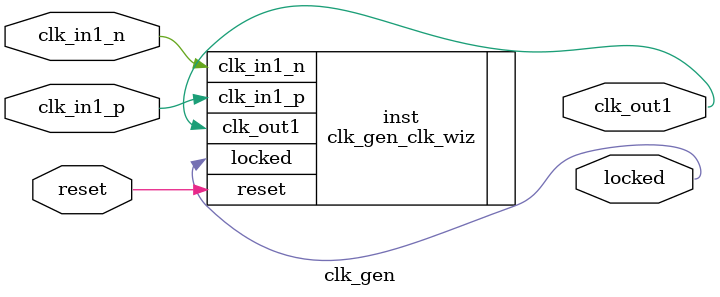
<source format=v>


`timescale 1ps/1ps

(* CORE_GENERATION_INFO = "clk_gen,clk_wiz_v5_4_3_0,{component_name=clk_gen,use_phase_alignment=true,use_min_o_jitter=false,use_max_i_jitter=false,use_dyn_phase_shift=false,use_inclk_switchover=false,use_dyn_reconfig=false,enable_axi=0,feedback_source=FDBK_AUTO,PRIMITIVE=MMCM,num_out_clk=1,clkin1_period=5.000,clkin2_period=10.0,use_power_down=false,use_reset=true,use_locked=true,use_inclk_stopped=false,feedback_type=SINGLE,CLOCK_MGR_TYPE=NA,manual_override=false}" *)

module clk_gen 
 (
  // Clock out ports
  output        clk_out1,
  // Status and control signals
  input         reset,
  output        locked,
 // Clock in ports
  input         clk_in1_p,
  input         clk_in1_n
 );

  clk_gen_clk_wiz inst
  (
  // Clock out ports  
  .clk_out1(clk_out1),
  // Status and control signals               
  .reset(reset), 
  .locked(locked),
 // Clock in ports
  .clk_in1_p(clk_in1_p),
  .clk_in1_n(clk_in1_n)
  );

endmodule

</source>
